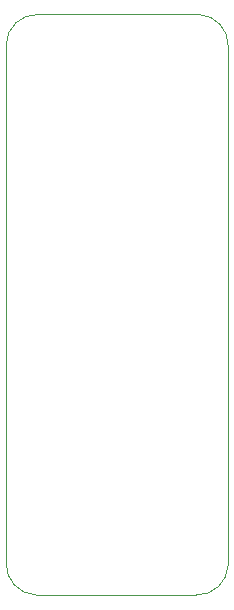
<source format=gm1>
%TF.GenerationSoftware,KiCad,Pcbnew,8.0.4*%
%TF.CreationDate,2024-08-06T09:49:06+02:00*%
%TF.ProjectId,TTL5V,54544c35-562e-46b6-9963-61645f706362,V0*%
%TF.SameCoordinates,PX6d01460PY32de760*%
%TF.FileFunction,Profile,NP*%
%FSLAX46Y46*%
G04 Gerber Fmt 4.6, Leading zero omitted, Abs format (unit mm)*
G04 Created by KiCad (PCBNEW 8.0.4) date 2024-08-06 09:49:06*
%MOMM*%
%LPD*%
G01*
G04 APERTURE LIST*
%TA.AperFunction,Profile*%
%ADD10C,0.100000*%
%TD*%
G04 APERTURE END LIST*
D10*
X-1774456Y5956506D02*
G75*
G02*
X919621Y8470955I2604256J-89806D01*
G01*
X14507073Y8470977D02*
G75*
G02*
X17021576Y5776899I-89773J-2604277D01*
G01*
X17021544Y5776900D02*
X17021545Y-38156813D01*
X-1774456Y5956506D02*
X-1774455Y-37977207D01*
X740016Y-40671284D02*
X14327467Y-40671284D01*
X14507073Y8470977D02*
X919622Y8470977D01*
X17021545Y-38156813D02*
G75*
G02*
X14327468Y-40671244I-2604245J89813D01*
G01*
X740016Y-40671284D02*
G75*
G02*
X-1774484Y-37977206I89784J2604284D01*
G01*
M02*

</source>
